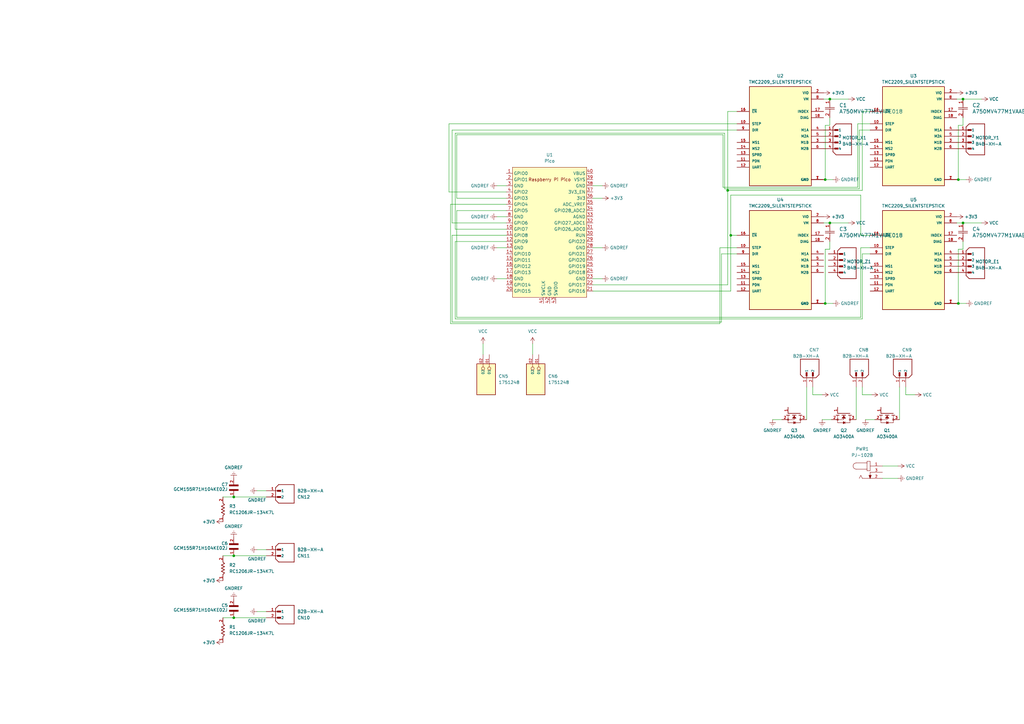
<source format=kicad_sch>
(kicad_sch (version 20230121) (generator eeschema)
  (paper "A3")
  (lib_symbols
    (symbol "1751248:1751248" (pin_names (offset 1.016))
      (property "Reference" "J" (at -6.85 5.08 0))
      (property "Value" "1751248" (at -6.35 -5.08 0))
      (symbol "1751248_0_0"
        (pin passive line (at -10.16 2.54 0) (length 5.08) (name "01") (number "01"))
        (pin passive line (at -10.16 0 0) (length 5.08) (name "02") (number "02"))
      )
    )
    (symbol "A750MV477M1VAAE018:A750MV477M1VAAE018" (pin_names (offset 0.254))
      (property "Reference" "C" (at 3.81 3.81 0))
      (property "Value" "A750MV477M1VAAE018" (at 3.81 -3.81 0))
      (symbol "A750MV477M1VAAE018_1_1"
        (pin unspecified line (at 0 0 0) (length 2.54) (name "") (number "1"))
        (pin unspecified line (at 7.62 0 180) (length 2.54) (name "") (number "2"))
      )
      (symbol "A750MV477M1VAAE018_1_2"
        (pin unspecified line (at 0 0 270) (length 2.54) (name "") (number "1"))
        (pin unspecified line (at 0 -7.62 90) (length 2.54) (name "") (number "2"))
      )
    )
    (symbol "AO3400A:AO3400A" (pin_names (offset 1.016))
      (property "Reference" "Q" (at -8.89 2.54 0))
      (property "Value" "AO3400A" (at -8.89 -7.62 0))
      (symbol "AO3400A_0_0"
        (pin passive line (at -2.54 -2.54 0) (length 2.54) (name "~") (number "1"))
        (pin passive line (at 2.54 -5.08 90) (length 2.54) (name "~") (number "2"))
        (pin passive line (at 2.54 5.08 270) (length 2.54) (name "~") (number "3"))
      )
    )
    (symbol "B2B-XH-A:B2B-XH-A" (pin_names (offset 1.016))
      (property "Reference" "J" (at -2.54 6.35 0))
      (property "Value" "B2B-XH-A" (at -2.54 -5.08 0))
      (symbol "B2B-XH-A_0_0"
        (pin passive line (at -7.62 2.54 0) (length 5.08) (name "1") (number "1"))
        (pin passive line (at -7.62 0 0) (length 5.08) (name "2") (number "2"))
      )
    )
    (symbol "B4B-XH-A:B4B-XH-A" (pin_names (offset 1.016))
      (property "Reference" "J" (at -2.54 6.35 0))
      (property "Value" "B4B-XH-A" (at -2.54 -10.16 0))
      (symbol "B4B-XH-A_0_0"
        (pin passive line (at -7.62 2.54 0) (length 5.08) (name "1") (number "1"))
        (pin passive line (at -7.62 0 0) (length 5.08) (name "2") (number "2"))
        (pin passive line (at -7.62 -2.54 0) (length 5.08) (name "3") (number "3"))
        (pin passive line (at -7.62 -5.08 0) (length 5.08) (name "4") (number "4"))
      )
    )
    (symbol "GCM155R71H104KE02J:GCM155R71H104KE02J" (pin_names (offset 1.016))
      (property "Reference" "C" (at 0 3.8109 0))
      (property "Value" "GCM155R71H104KE02J" (at 0 -5.0885 0))
      (symbol "GCM155R71H104KE02J_0_0"
        (pin passive line (at -2.54 0 0) (length 2.54) (name "~") (number "1"))
        (pin passive line (at 5.08 0 180) (length 2.54) (name "~") (number "2"))
      )
    )
    (symbol "MCU_RaspberryPi_and_Boards:Pico"
      (property "Reference" "U" (at -13.97 27.94 0))
      (property "Value" "Pico" (at 0 19.05 0))
      (symbol "Pico_0_0"
        (text "Raspberry Pi Pico" (at 0 21.59 0) (effects (font (size 1.27 1.27))))
      )
      (symbol "Pico_1_1"
        (pin bidirectional line (at -17.78 24.13 0) (length 2.54) (name "GPIO0") (number "1"))
        (pin bidirectional line (at -17.78 1.27 0) (length 2.54) (name "GPIO7") (number "10"))
        (pin bidirectional line (at -17.78 -1.27 0) (length 2.54) (name "GPIO8") (number "11"))
        (pin bidirectional line (at -17.78 -3.81 0) (length 2.54) (name "GPIO9") (number "12"))
        (pin power_in line (at -17.78 -6.35 0) (length 2.54) (name "GND") (number "13"))
        (pin bidirectional line (at -17.78 -8.89 0) (length 2.54) (name "GPIO10") (number "14"))
        (pin bidirectional line (at -17.78 -11.43 0) (length 2.54) (name "GPIO11") (number "15"))
        (pin bidirectional line (at -17.78 -13.97 0) (length 2.54) (name "GPIO12") (number "16"))
        (pin bidirectional line (at -17.78 -16.51 0) (length 2.54) (name "GPIO13") (number "17"))
        (pin power_in line (at -17.78 -19.05 0) (length 2.54) (name "GND") (number "18"))
        (pin bidirectional line (at -17.78 -21.59 0) (length 2.54) (name "GPIO14") (number "19"))
        (pin bidirectional line (at -17.78 21.59 0) (length 2.54) (name "GPIO1") (number "2"))
        (pin bidirectional line (at -17.78 -24.13 0) (length 2.54) (name "GPIO15") (number "20"))
        (pin bidirectional line (at 17.78 -24.13 180) (length 2.54) (name "GPIO16") (number "21"))
        (pin bidirectional line (at 17.78 -21.59 180) (length 2.54) (name "GPIO17") (number "22"))
        (pin power_in line (at 17.78 -19.05 180) (length 2.54) (name "GND") (number "23"))
        (pin bidirectional line (at 17.78 -16.51 180) (length 2.54) (name "GPIO18") (number "24"))
        (pin bidirectional line (at 17.78 -13.97 180) (length 2.54) (name "GPIO19") (number "25"))
        (pin bidirectional line (at 17.78 -11.43 180) (length 2.54) (name "GPIO20") (number "26"))
        (pin bidirectional line (at 17.78 -8.89 180) (length 2.54) (name "GPIO21") (number "27"))
        (pin power_in line (at 17.78 -6.35 180) (length 2.54) (name "GND") (number "28"))
        (pin bidirectional line (at 17.78 -3.81 180) (length 2.54) (name "GPIO22") (number "29"))
        (pin power_in line (at -17.78 19.05 0) (length 2.54) (name "GND") (number "3"))
        (pin input line (at 17.78 -1.27 180) (length 2.54) (name "RUN") (number "30"))
        (pin bidirectional line (at 17.78 1.27 180) (length 2.54) (name "GPIO26_ADC0") (number "31"))
        (pin bidirectional line (at 17.78 3.81 180) (length 2.54) (name "GPIO27_ADC1") (number "32"))
        (pin power_in line (at 17.78 6.35 180) (length 2.54) (name "AGND") (number "33"))
        (pin bidirectional line (at 17.78 8.89 180) (length 2.54) (name "GPIO28_ADC2") (number "34"))
        (pin power_in line (at 17.78 11.43 180) (length 2.54) (name "ADC_VREF") (number "35"))
        (pin power_in line (at 17.78 13.97 180) (length 2.54) (name "3V3") (number "36"))
        (pin input line (at 17.78 16.51 180) (length 2.54) (name "3V3_EN") (number "37"))
        (pin bidirectional line (at 17.78 19.05 180) (length 2.54) (name "GND") (number "38"))
        (pin power_in line (at 17.78 21.59 180) (length 2.54) (name "VSYS") (number "39"))
        (pin bidirectional line (at -17.78 16.51 0) (length 2.54) (name "GPIO2") (number "4"))
        (pin power_in line (at 17.78 24.13 180) (length 2.54) (name "VBUS") (number "40"))
        (pin input line (at -2.54 -29.21 90) (length 2.54) (name "SWCLK") (number "41"))
        (pin power_in line (at 0 -29.21 90) (length 2.54) (name "GND") (number "42"))
        (pin bidirectional line (at 2.54 -29.21 90) (length 2.54) (name "SWDIO") (number "43"))
        (pin bidirectional line (at -17.78 13.97 0) (length 2.54) (name "GPIO3") (number "5"))
        (pin bidirectional line (at -17.78 11.43 0) (length 2.54) (name "GPIO4") (number "6"))
        (pin bidirectional line (at -17.78 8.89 0) (length 2.54) (name "GPIO5") (number "7"))
        (pin power_in line (at -17.78 6.35 0) (length 2.54) (name "GND") (number "8"))
        (pin bidirectional line (at -17.78 3.81 0) (length 2.54) (name "GPIO6") (number "9"))
      )
    )
    (symbol "PJ-102B:PJ-102B" (pin_names (offset 1.016))
      (property "Reference" "J" (at -7.626 5.084 0))
      (property "Value" "PJ-102B" (at -7.6323 -5.0882 0))
      (symbol "PJ-102B_0_0"
        (pin passive line (at 5.08 2.54 180) (length 5.08) (name "~") (number "1"))
        (pin passive line (at 5.08 -2.54 180) (length 5.08) (name "~") (number "2"))
        (pin passive line (at 5.08 0 180) (length 5.08) (name "~") (number "3"))
      )
    )
    (symbol "RC1206JR-134K7L:RC1206JR-134K7L" (pin_names (offset 1.016))
      (property "Reference" "R" (at -3.8227 2.0133 0))
      (property "Value" "RC1206JR-134K7L" (at -3.8188 -3.5643 0))
      (symbol "RC1206JR-134K7L_0_0"
        (pin passive line (at -6.985 0 0) (length 2.54) (name "~") (number "1"))
        (pin passive line (at 3.175 0 180) (length 2.54) (name "~") (number "2"))
      )
    )
    (symbol "TMC2209_SILENTSTEPSTICK:TMC2209_SILENTSTEPSTICK" (pin_names (offset 1.016))
      (property "Reference" "U" (at -12.7 22.86 0))
      (property "Value" "TMC2209_SILENTSTEPSTICK" (at -12.7 -22.86 0))
      (symbol "TMC2209_SILENTSTEPSTICK_0_0"
        (pin power_in line (at 17.78 -17.78 180) (length 5.08) (name "GND") (number "1"))
        (pin input line (at -17.78 5.08 0) (length 5.08) (name "STEP") (number "10"))
        (pin bidirectional line (at -17.78 -10.16 0) (length 5.08) (name "PDN") (number "11"))
        (pin bidirectional line (at -17.78 -12.7 0) (length 5.08) (name "UART") (number "12"))
        (pin input line (at -17.78 -7.62 0) (length 5.08) (name "SPRD") (number "13"))
        (pin input line (at -17.78 -5.08 0) (length 5.08) (name "MS2") (number "14"))
        (pin input line (at -17.78 -2.54 0) (length 5.08) (name "MS1") (number "15"))
        (pin input line (at -17.78 10.16 0) (length 5.08) (name "~{EN}") (number "16"))
        (pin output line (at 17.78 10.16 180) (length 5.08) (name "INDEX") (number "17"))
        (pin output line (at 17.78 7.62 180) (length 5.08) (name "DIAG") (number "18"))
        (pin power_in line (at 17.78 17.78 180) (length 5.08) (name "VIO") (number "2"))
        (pin output line (at 17.78 -2.54 180) (length 5.08) (name "M1B") (number "3"))
        (pin output line (at 17.78 2.54 180) (length 5.08) (name "M1A") (number "4"))
        (pin output line (at 17.78 0 180) (length 5.08) (name "M2A") (number "5"))
        (pin output line (at 17.78 -5.08 180) (length 5.08) (name "M2B") (number "6"))
        (pin power_in line (at 17.78 -17.78 180) (length 5.08) (name "GND") (number "7"))
        (pin power_in line (at 17.78 15.24 180) (length 5.08) (name "VM") (number "8"))
        (pin input line (at -17.78 2.54 0) (length 5.08) (name "DIR") (number "9"))
      )
    )
    (symbol "power:+3V3" (power) (pin_names (offset 0))
      (property "Value" "+3V3" (at 0 3.556 0))
      (symbol "+3V3_1_1"
        (pin power_in line (at 0 0 90) (length 0) hide (name "+3V3") (number "1"))
      )
    )
    (symbol "power:GNDREF" (power) (pin_names (offset 0))
      (property "Value" "GNDREF" (at 0 -3.81 0))
      (symbol "GNDREF_1_1"
        (pin power_in line (at 0 0 270) (length 0) hide (name "GNDREF") (number "1"))
      )
    )
    (symbol "power:VCC" (power) (pin_names (offset 0))
      (property "Value" "VCC" (at 0 3.81 0))
      (symbol "VCC_1_1"
        (pin power_in line (at 0 0 90) (length 0) hide (name "VCC") (number "1"))
      )
    )
  )
  (junction (at 298.45 78.105))
  (junction (at 340.36 40.64))
  (junction (at 393.065 73.66))
  (junction (at 340.36 91.44))
  (junction (at 299.72 96.52))
  (junction (at 394.97 40.64))
  (junction (at 394.97 91.44))
  (junction (at 95.885 203.835))
  (junction (at 393.065 124.46))
  (junction (at 338.455 73.66))
  (junction (at 95.885 227.965))
  (junction (at 338.455 124.46))
  (junction (at 95.885 253.365))
  (wire (pts (xy 184.785 132.715) (xy 184.785 83.82)))
  (wire (pts (xy 392.43 40.64) (xy 394.97 40.64)))
  (wire (pts (xy 320.675 172.085) (xy 316.865 172.085)))
  (wire (pts (xy 302.26 53.34) (xy 185.42 53.34)))
  (wire (pts (xy 184.15 78.74) (xy 207.645 78.74)))
  (wire (pts (xy 394.97 48.26) (xy 394.97 51.435)))
  (wire (pts (xy 353.695 45.72) (xy 353.695 78.105)))
  (wire (pts (xy 185.42 96.52) (xy 185.42 132.08)))
  (wire (pts (xy 243.205 101.6) (xy 247.015 101.6)))
  (wire (pts (xy 338.455 73.66) (xy 341.63 73.66)))
  (wire (pts (xy 353.06 130.175) (xy 187.325 130.175)))
  (wire (pts (xy 351.79 76.835) (xy 296.545 76.835)))
  (wire (pts (xy 356.87 53.34) (xy 352.425 53.34)))
  (wire (pts (xy 338.455 102.235) (xy 338.455 124.46)))
  (wire (pts (xy 243.205 81.28) (xy 247.015 81.28)))
  (wire (pts (xy 299.72 96.52) (xy 302.26 96.52)))
  (wire (pts (xy 297.18 54.61) (xy 186.69 54.61)))
  (wire (pts (xy 338.455 51.435) (xy 338.455 73.66)))
  (wire (pts (xy 393.065 102.235) (xy 393.065 124.46)))
  (wire (pts (xy 353.06 96.52) (xy 356.87 96.52)))
  (wire (pts (xy 243.205 76.2) (xy 247.015 76.2)))
  (wire (pts (xy 295.91 104.14) (xy 295.91 132.08)))
  (wire (pts (xy 302.26 101.6) (xy 295.275 101.6)))
  (wire (pts (xy 298.45 78.105) (xy 298.45 116.84)))
  (wire (pts (xy 392.43 124.46) (xy 393.065 124.46)))
  (wire (pts (xy 298.45 45.72) (xy 298.45 78.105)))
  (wire (pts (xy 185.42 53.34) (xy 185.42 91.44)))
  (wire (pts (xy 207.645 88.9) (xy 203.835 88.9)))
  (wire (pts (xy 371.475 161.925) (xy 371.475 158.75)))
  (wire (pts (xy 353.695 104.14) (xy 353.695 130.81)))
  (wire (pts (xy 394.97 40.64) (xy 402.59 40.64)))
  (wire (pts (xy 302.26 45.72) (xy 298.45 45.72)))
  (wire (pts (xy 299.72 119.38) (xy 243.205 119.38)))
  (wire (pts (xy 338.455 124.46) (xy 341.63 124.46)))
  (wire (pts (xy 299.72 80.01) (xy 299.72 96.52)))
  (wire (pts (xy 357.505 161.925) (xy 353.695 161.925)))
  (wire (pts (xy 91.44 253.365) (xy 95.885 253.365)))
  (wire (pts (xy 218.44 140.97) (xy 218.44 145.415)))
  (wire (pts (xy 207.645 76.2) (xy 203.835 76.2)))
  (wire (pts (xy 394.97 91.44) (xy 402.59 91.44)))
  (wire (pts (xy 109.22 225.425) (xy 105.41 225.425)))
  (wire (pts (xy 337.82 124.46) (xy 338.455 124.46)))
  (wire (pts (xy 296.545 55.245) (xy 187.325 55.245)))
  (wire (pts (xy 352.425 53.34) (xy 352.425 77.47)))
  (wire (pts (xy 356.87 104.14) (xy 353.695 104.14)))
  (wire (pts (xy 337.82 40.64) (xy 340.36 40.64)))
  (wire (pts (xy 186.69 99.06) (xy 186.69 130.81)))
  (wire (pts (xy 295.275 132.715) (xy 184.785 132.715)))
  (wire (pts (xy 337.185 161.925) (xy 333.375 161.925)))
  (wire (pts (xy 375.285 161.925) (xy 371.475 161.925)))
  (wire (pts (xy 95.885 203.835) (xy 109.22 203.835)))
  (wire (pts (xy 95.885 227.965) (xy 109.22 227.965)))
  (wire (pts (xy 295.275 101.6) (xy 295.275 132.715)))
  (wire (pts (xy 185.42 96.52) (xy 207.645 96.52)))
  (wire (pts (xy 109.22 201.295) (xy 105.41 201.295)))
  (wire (pts (xy 302.26 50.8) (xy 184.15 50.8)))
  (wire (pts (xy 340.36 99.06) (xy 340.36 102.235)))
  (wire (pts (xy 337.82 73.66) (xy 338.455 73.66)))
  (wire (pts (xy 353.695 78.105) (xy 298.45 78.105)))
  (wire (pts (xy 186.69 93.98) (xy 207.645 93.98)))
  (wire (pts (xy 356.87 101.6) (xy 353.06 101.6)))
  (wire (pts (xy 361.95 191.135) (xy 368.3 191.135)))
  (wire (pts (xy 185.42 91.44) (xy 207.645 91.44)))
  (wire (pts (xy 198.12 140.97) (xy 198.12 145.415)))
  (wire (pts (xy 356.87 50.8) (xy 351.79 50.8)))
  (wire (pts (xy 184.15 50.8) (xy 184.15 78.74)))
  (wire (pts (xy 353.695 161.925) (xy 353.695 158.75)))
  (wire (pts (xy 352.425 77.47) (xy 297.18 77.47)))
  (wire (pts (xy 340.995 172.085) (xy 337.185 172.085)))
  (wire (pts (xy 340.36 51.435) (xy 338.455 51.435)))
  (wire (pts (xy 187.325 130.175) (xy 187.325 86.36)))
  (wire (pts (xy 184.785 83.82) (xy 207.645 83.82)))
  (wire (pts (xy 91.44 227.965) (xy 95.885 227.965)))
  (wire (pts (xy 187.325 55.245) (xy 187.325 81.28)))
  (wire (pts (xy 186.69 54.61) (xy 186.69 93.98)))
  (wire (pts (xy 187.325 86.36) (xy 207.645 86.36)))
  (wire (pts (xy 353.06 96.52) (xy 353.06 80.01)))
  (wire (pts (xy 299.72 96.52) (xy 299.72 119.38)))
  (wire (pts (xy 207.645 99.06) (xy 186.69 99.06)))
  (wire (pts (xy 394.97 102.235) (xy 393.065 102.235)))
  (wire (pts (xy 368.935 158.75) (xy 368.935 172.085)))
  (wire (pts (xy 356.87 45.72) (xy 353.695 45.72)))
  (wire (pts (xy 393.065 73.66) (xy 396.24 73.66)))
  (wire (pts (xy 351.155 158.75) (xy 351.155 172.085)))
  (wire (pts (xy 340.36 40.64) (xy 347.98 40.64)))
  (wire (pts (xy 337.82 91.44) (xy 340.36 91.44)))
  (wire (pts (xy 393.065 51.435) (xy 393.065 73.66)))
  (wire (pts (xy 393.065 124.46) (xy 396.24 124.46)))
  (wire (pts (xy 340.36 102.235) (xy 338.455 102.235)))
  (wire (pts (xy 243.205 114.3) (xy 247.015 114.3)))
  (wire (pts (xy 353.695 130.81) (xy 186.69 130.81)))
  (wire (pts (xy 91.44 203.835) (xy 95.885 203.835)))
  (wire (pts (xy 207.645 101.6) (xy 203.835 101.6)))
  (wire (pts (xy 207.645 114.3) (xy 203.835 114.3)))
  (wire (pts (xy 302.26 104.14) (xy 295.91 104.14)))
  (wire (pts (xy 353.06 101.6) (xy 353.06 130.175)))
  (wire (pts (xy 358.775 172.085) (xy 354.965 172.085)))
  (wire (pts (xy 361.95 196.215) (xy 368.3 196.215)))
  (wire (pts (xy 333.375 161.925) (xy 333.375 158.75)))
  (wire (pts (xy 351.79 50.8) (xy 351.79 76.835)))
  (wire (pts (xy 95.885 253.365) (xy 109.22 253.365)))
  (wire (pts (xy 295.91 132.08) (xy 185.42 132.08)))
  (wire (pts (xy 109.22 250.825) (xy 105.41 250.825)))
  (wire (pts (xy 330.835 158.75) (xy 330.835 172.085)))
  (wire (pts (xy 392.43 91.44) (xy 394.97 91.44)))
  (wire (pts (xy 187.325 81.28) (xy 207.645 81.28)))
  (wire (pts (xy 394.97 99.06) (xy 394.97 102.235)))
  (wire (pts (xy 296.545 76.835) (xy 296.545 55.245)))
  (wire (pts (xy 394.97 51.435) (xy 393.065 51.435)))
  (wire (pts (xy 297.18 77.47) (xy 297.18 54.61)))
  (wire (pts (xy 392.43 73.66) (xy 393.065 73.66)))
  (wire (pts (xy 298.45 116.84) (xy 243.205 116.84)))
  (wire (pts (xy 340.36 91.44) (xy 347.98 91.44)))
  (wire (pts (xy 340.36 48.26) (xy 340.36 51.435)))
  (wire (pts (xy 353.06 80.01) (xy 299.72 80.01)))
  (symbol (lib_id "power:GNDREF") (at 105.41 250.825 270) (unit 1)
    (property "Reference" "#PWR021" (effects hide))
    (property "Value" "GNDREF" (at 109.22 254.635 90) (effects (justify right)))
  )
  (symbol (lib_id "power:GNDREF") (at 95.885 196.215 180) (unit 1)
    (property "Reference" "#PWR035" (effects hide))
    (property "Value" "GNDREF" (at 92.075 191.77 0) (effects (justify right)))
  )
  (symbol (lib_id "power:+3V3") (at 91.44 213.995 90) (unit 1)
    (property "Reference" "#PWR028" (effects hide))
    (property "Value" "+3V3" (at 88.265 213.995 90) (effects (justify left)))
  )
  (symbol (lib_id "power:VCC") (at 198.12 140.97 0) (unit 1)
    (property "Reference" "#PWR017" (effects hide))
    (property "Value" "VCC" (at 198.12 135.89 0))
  )
  (symbol (lib_id "1751248:1751248") (at 198.12 155.575 270) (unit 1)
    (property "Reference" "CN5" (at 204.47 154.305 90) (effects (justify left)))
    (property "Value" "1751248" (at 204.47 156.845 90) (effects (justify left)))
    (property "Footprint" "Phoenix 1751248:PHOENIX_1751248" (effects hide))
    (property "DigiKey_Part_Number" "277-5719-ND" (effects hide))
    (property "SnapEDA_Link" "https://www.snapeda.com/parts/1751248/Phoenix+Contact/view-part/?ref=snap" (effects hide))
    (property "Description" "\nPCB Terminal Screw 3.5mm 16AWG 200V 13.5A 2 Position COMBICON MKDS Series | Phoenix Contact 1751248\n" (effects hide))
    (property "Package" "None" (effects hide))
    (property "Check_prices" "https://www.snapeda.com/parts/1751248/Phoenix+Contact/view-part/?ref=eda" (effects hide))
    (property "STANDARD" "Manufacturer Recommendations" (effects hide))
    (property "PARTREV" "03.03.2021" (effects hide))
    (property "MF" "Phoenix Contact" (effects hide))
    (property "MP" "1751248" (effects hide))
    (property "MANUFACTURER" "Phoenix Contact" (effects hide))
  )
  (symbol (lib_id "power:+3V3") (at 91.44 238.125 90) (unit 1)
    (property "Reference" "#PWR029" (effects hide))
    (property "Value" "+3V3" (at 88.265 238.125 90) (effects (justify left)))
  )
  (symbol (lib_id "RC1206JR-134K7L:RC1206JR-134K7L") (at 91.44 231.14 90) (unit 1)
    (property "Reference" "R2" (at 93.98 231.775 90) (effects (justify right)))
    (property "Value" "RC1206JR-134K7L" (at 93.98 234.315 90) (effects (justify right)))
    (property "Footprint" "RC1206JR-134K7L:RESC3216X65" (effects hide))
    (property "DigiKey_Part_Number" "13-RC1206JR-134K7LTR-ND" (effects hide))
    (property "MF" "Yageo" (effects hide))
    (property "Purchase-URL" "https://www.snapeda.com/api/url_track_click_mouser/?unipart_id=1118610&manufacturer=Yageo&part_name=RC1206JR-134K7L&search_term=None" (effects hide))
    (property "Package" "SMD-2 Yageo" (effects hide))
    (property "Check_prices" "https://www.snapeda.com/parts/RC1206JR-134K7L/Yageo/view-part/?ref=eda" (effects hide))
    (property "SnapEDA_Link" "https://www.snapeda.com/parts/RC1206JR-134K7L/Yageo/view-part/?ref=snap" (effects hide))
    (property "MP" "RC1206JR-134K7L" (effects hide))
    (property "Description" "\n4.7 kOhms ±5% 0.25W, 1/4W Chip Resistor 1206 (3216 Metric) Moisture Resistant Thick Film\n" (effects hide))
    (property "MANUFACTURER" "YAGEO" (effects hide))
  )
  (symbol (lib_id "power:+3V3") (at 247.015 81.28 270) (unit 1)
    (property "Reference" "#PWR08" (effects hide))
    (property "Value" "+3V3" (at 250.19 81.28 90) (effects (justify left)))
  )
  (symbol (lib_id "A750MV477M1VAAE018:A750MV477M1VAAE018") (at 394.97 91.44 270) (unit 1)
    (property "Reference" "C4" (at 398.78 93.98 90) (effects (font (size 1.524 1.524)) (justify left)))
    (property "Value" "A750MV477M1VAAE018" (at 398.78 96.52 90) (effects (font (size 1.524 1.524)) (justify left)))
    (property "Footprint" "CAP_A750MV477M1VAAE018_KEM" (effects hide))
    (property "Datasheet" "A750MV477M1VAAE018" (effects hide))
  )
  (symbol (lib_id "power:GNDREF") (at 203.835 76.2 270) (unit 1)
    (property "Reference" "#PWR04" (effects hide))
    (property "Value" "GNDREF" (at 200.66 76.2 90) (effects (justify right)))
  )
  (symbol (lib_id "power:+3V3") (at 91.44 263.525 90) (unit 1)
    (property "Reference" "#PWR030" (effects hide))
    (property "Value" "+3V3" (at 88.265 263.525 90) (effects (justify left)))
  )
  (symbol (lib_id "TMC2209_SILENTSTEPSTICK:TMC2209_SILENTSTEPSTICK") (at 320.04 55.88 0) (unit 1)
    (property "Reference" "U2" (at 320.04 31.115 0))
    (property "Value" "TMC2209_SILENTSTEPSTICK" (at 320.04 33.655 0))
    (property "Footprint" "TMC2209_SILENTSTEPSTICK:MODULE_TMC2209_SILENTSTEPSTICK" (effects hide))
    (property "MF" "Trinamic Motion Control GmbH" (effects hide))
    (property "Description" "\nTMC2209 Motor Controller/Driver Power Management Evaluation Board\n" (effects hide))
    (property "Package" "None" (effects hide))
    (property "Price" "None" (effects hide))
    (property "Check_prices" "https://www.snapeda.com/parts/TMC2209%20SILENTSTEPSTICK/Trinamic+Motion+Control+GmbH/view-part/?ref=eda" (effects hide))
    (property "STANDARD" "Manufacturer Recommendations" (effects hide))
    (property "PARTREV" "1.20" (effects hide))
    (property "SnapEDA_Link" "https://www.snapeda.com/parts/TMC2209%20SILENTSTEPSTICK/Trinamic+Motion+Control+GmbH/view-part/?ref=snap" (effects hide))
    (property "MP" "TMC2209 SILENTSTEPSTICK" (effects hide))
    (property "MANUFACTURER" "Trinamic Motion Control GmbH" (effects hide))
    (property "Availability" "In Stock" (effects hide))
    (property "SNAPEDA_PN" "TMC2209 SILENTSTEPSTICK" (effects hide))
  )
  (symbol (lib_id "power:VCC") (at 375.285 161.925 270) (unit 1)
    (property "Reference" "#PWR024" (effects hide))
    (property "Value" "VCC" (at 378.46 161.925 90) (effects (justify left)))
  )
  (symbol (lib_id "TMC2209_SILENTSTEPSTICK:TMC2209_SILENTSTEPSTICK") (at 320.04 106.68 0) (unit 1)
    (property "Reference" "U4" (at 320.04 81.915 0))
    (property "Value" "TMC2209_SILENTSTEPSTICK" (at 320.04 84.455 0))
    (property "Footprint" "TMC2209_SILENTSTEPSTICK:MODULE_TMC2209_SILENTSTEPSTICK" (effects hide))
    (property "MF" "Trinamic Motion Control GmbH" (effects hide))
    (property "Description" "\nTMC2209 Motor Controller/Driver Power Management Evaluation Board\n" (effects hide))
    (property "Package" "None" (effects hide))
    (property "Price" "None" (effects hide))
    (property "Check_prices" "https://www.snapeda.com/parts/TMC2209%20SILENTSTEPSTICK/Trinamic+Motion+Control+GmbH/view-part/?ref=eda" (effects hide))
    (property "STANDARD" "Manufacturer Recommendations" (effects hide))
    (property "PARTREV" "1.20" (effects hide))
    (property "SnapEDA_Link" "https://www.snapeda.com/parts/TMC2209%20SILENTSTEPSTICK/Trinamic+Motion+Control+GmbH/view-part/?ref=snap" (effects hide))
    (property "MP" "TMC2209 SILENTSTEPSTICK" (effects hide))
    (property "MANUFACTURER" "Trinamic Motion Control GmbH" (effects hide))
    (property "Availability" "In Stock" (effects hide))
    (property "SNAPEDA_PN" "TMC2209 SILENTSTEPSTICK" (effects hide))
  )
  (symbol (lib_id "power:GNDREF") (at 203.835 101.6 270) (unit 1)
    (property "Reference" "#PWR06" (effects hide))
    (property "Value" "GNDREF" (at 200.66 101.6 90) (effects (justify right)))
  )
  (symbol (lib_id "AO3400A:AO3400A") (at 325.755 169.545 270) (unit 1)
    (property "Reference" "Q3" (at 325.755 176.53 90))
    (property "Value" "AO3400A" (at 325.755 179.07 90))
    (property "Footprint" "AO3400A:SOT95P280X125-3N" (effects hide))
    (property "DigiKey_Part_Number" "785-1000-2-ND" (effects hide))
    (property "SnapEDA_Link" "https://www.snapeda.com/parts/AO3400A/Alpha+%2526+Omega+Semiconductor+Inc./view-part/?ref=snap" (effects hide))
    (property "MAXIMUM_PACKAGE_HEIGHT" "1.25 mm" (effects hide))
    (property "Package" "SOT-23 Alpha &amp; Omega Semiconductor" (effects hide))
    (property "Check_prices" "https://www.snapeda.com/parts/AO3400A/Alpha+%2526+Omega+Semiconductor+Inc./view-part/?ref=eda" (effects hide))
    (property "STANDARD" "IPC 7351B" (effects hide))
    (property "PARTREV" "L" (effects hide))
    (property "MF" "Alpha &" (effects hide))
    (property "MP" "AO3400A" (effects hide))
    (property "Description" "\nN-Channel 30 V 5.7A (Ta) 1.4W (Ta) Surface Mount SOT-23-3\n" (effects hide))
    (property "MANUFACTURER" "Alpha & Omega Semiconductor" (effects hide))
  )
  (symbol (lib_id "TMC2209_SILENTSTEPSTICK:TMC2209_SILENTSTEPSTICK") (at 374.65 106.68 0) (unit 1)
    (property "Reference" "U5" (at 374.65 81.915 0))
    (property "Value" "TMC2209_SILENTSTEPSTICK" (at 374.65 84.455 0))
    (property "Footprint" "TMC2209_SILENTSTEPSTICK:MODULE_TMC2209_SILENTSTEPSTICK" (effects hide))
    (property "MF" "Trinamic Motion Control GmbH" (effects hide))
    (property "Description" "\nTMC2209 Motor Controller/Driver Power Management Evaluation Board\n" (effects hide))
    (property "Package" "None" (effects hide))
    (property "Price" "None" (effects hide))
    (property "Check_prices" "https://www.snapeda.com/parts/TMC2209%20SILENTSTEPSTICK/Trinamic+Motion+Control+GmbH/view-part/?ref=eda" (effects hide))
    (property "STANDARD" "Manufacturer Recommendations" (effects hide))
    (property "PARTREV" "1.20" (effects hide))
    (property "SnapEDA_Link" "https://www.snapeda.com/parts/TMC2209%20SILENTSTEPSTICK/Trinamic+Motion+Control+GmbH/view-part/?ref=snap" (effects hide))
    (property "MP" "TMC2209 SILENTSTEPSTICK" (effects hide))
    (property "MANUFACTURER" "Trinamic Motion Control GmbH" (effects hide))
    (property "Availability" "In Stock" (effects hide))
    (property "SNAPEDA_PN" "TMC2209 SILENTSTEPSTICK" (effects hide))
  )
  (symbol (lib_id "power:+3V3") (at 392.43 38.1 270) (unit 1)
    (property "Reference" "#PWR014" (effects hide))
    (property "Value" "+3V3" (at 395.605 38.1 90) (effects (justify left)))
  )
  (symbol (lib_id "power:GNDREF") (at 247.015 76.2 90) (unit 1)
    (property "Reference" "#PWR03" (effects hide))
    (property "Value" "GNDREF" (at 250.19 76.2 90) (effects (justify right)))
  )
  (symbol (lib_id "power:VCC") (at 402.59 40.64 270) (unit 1)
    (property "Reference" "#PWR038" (effects hide))
    (property "Value" "VCC" (at 405.765 40.64 90) (effects (justify left)))
  )
  (symbol (lib_id "power:GNDREF") (at 247.015 101.6 90) (unit 1)
    (property "Reference" "#PWR01" (effects hide))
    (property "Value" "GNDREF" (at 250.19 101.6 90) (effects (justify right)))
  )
  (symbol (lib_id "power:VCC") (at 368.3 191.135 270) (unit 1)
    (property "Reference" "#PWR031" (effects hide))
    (property "Value" "VCC" (at 371.475 191.135 90) (effects (justify left)))
  )
  (symbol (lib_id "B2B-XH-A:B2B-XH-A") (at 116.84 227.965 0) (unit 1)
    (property "Reference" "CN11" (at 121.92 227.965 0) (effects (justify left)))
    (property "Value" "B2B-XH-A" (at 121.92 225.425 0) (effects (justify left)))
    (property "Footprint" "B2B-XH-A:JST_B2B-XH-A" (effects hide))
    (property "DigiKey_Part_Number" "455-B2B-XH-A-ND" (effects hide))
    (property "SnapEDA_Link" "https://www.snapeda.com/parts/B2B-XH-A/JST+Sales+America+Inc./view-part/?ref=snap" (effects hide))
    (property "MAXIMUM_PACKAGE_HEIGHT" "7 mm" (effects hide))
    (property "Package" "None" (effects hide))
    (property "Check_prices" "https://www.snapeda.com/parts/B2B-XH-A/JST+Sales+America+Inc./view-part/?ref=eda" (effects hide))
    (property "STANDARD" "Manufacturer Recommendations" (effects hide))
    (property "PARTREV" "N/A" (effects hide))
    (property "MF" "JST Sales" (effects hide))
    (property "MP" "B2B-XH-A" (effects hide))
    (property "Description" "\nConnector Header Through Hole 2 position 0.098 (2.50mm)\n" (effects hide))
    (property "MANUFACTURER" "JST Sales America Inc." (effects hide))
  )
  (symbol (lib_id "A750MV477M1VAAE018:A750MV477M1VAAE018") (at 394.97 40.64 270) (unit 1)
    (property "Reference" "C2" (at 398.78 43.18 90) (effects (font (size 1.524 1.524)) (justify left)))
    (property "Value" "A750MV477M1VAAE018" (at 398.78 45.72 90) (effects (font (size 1.524 1.524)) (justify left)))
    (property "Footprint" "CAP_A750MV477M1VAAE018_KEM" (effects hide))
    (property "Datasheet" "A750MV477M1VAAE018" (effects hide))
  )
  (symbol (lib_id "power:GNDREF") (at 337.185 172.085 0) (unit 1)
    (property "Reference" "#PWR026" (effects hide))
    (property "Value" "GNDREF" (at 337.185 176.53 0))
  )
  (symbol (lib_id "power:GNDREF") (at 203.835 114.3 270) (unit 1)
    (property "Reference" "#PWR07" (effects hide))
    (property "Value" "GNDREF" (at 200.66 114.3 90) (effects (justify right)))
  )
  (symbol (lib_id "AO3400A:AO3400A") (at 346.075 169.545 270) (unit 1)
    (property "Reference" "Q2" (at 346.075 176.53 90))
    (property "Value" "AO3400A" (at 346.075 179.07 90))
    (property "Footprint" "AO3400A:SOT95P280X125-3N" (effects hide))
    (property "DigiKey_Part_Number" "785-1000-2-ND" (effects hide))
    (property "SnapEDA_Link" "https://www.snapeda.com/parts/AO3400A/Alpha+%2526+Omega+Semiconductor+Inc./view-part/?ref=snap" (effects hide))
    (property "MAXIMUM_PACKAGE_HEIGHT" "1.25 mm" (effects hide))
    (property "Package" "SOT-23 Alpha &amp; Omega Semiconductor" (effects hide))
    (property "Check_prices" "https://www.snapeda.com/parts/AO3400A/Alpha+%2526+Omega+Semiconductor+Inc./view-part/?ref=eda" (effects hide))
    (property "STANDARD" "IPC 7351B" (effects hide))
    (property "PARTREV" "L" (effects hide))
    (property "MF" "Alpha &" (effects hide))
    (property "MP" "AO3400A" (effects hide))
    (property "Description" "\nN-Channel 30 V 5.7A (Ta) 1.4W (Ta) Surface Mount SOT-23-3\n" (effects hide))
    (property "MANUFACTURER" "Alpha & Omega Semiconductor" (effects hide))
  )
  (symbol (lib_id "power:+3V3") (at 392.43 88.9 270) (unit 1)
    (property "Reference" "#PWR015" (effects hide))
    (property "Value" "+3V3" (at 395.605 88.9 90) (effects (justify left)))
  )
  (symbol (lib_id "B2B-XH-A:B2B-XH-A") (at 116.84 253.365 0) (unit 1)
    (property "Reference" "CN10" (at 121.92 253.365 0) (effects (justify left)))
    (property "Value" "B2B-XH-A" (at 121.92 250.825 0) (effects (justify left)))
    (property "Footprint" "B2B-XH-A:JST_B2B-XH-A" (effects hide))
    (property "DigiKey_Part_Number" "455-B2B-XH-A-ND" (effects hide))
    (property "SnapEDA_Link" "https://www.snapeda.com/parts/B2B-XH-A/JST+Sales+America+Inc./view-part/?ref=snap" (effects hide))
    (property "MAXIMUM_PACKAGE_HEIGHT" "7 mm" (effects hide))
    (property "Package" "None" (effects hide))
    (property "Check_prices" "https://www.snapeda.com/parts/B2B-XH-A/JST+Sales+America+Inc./view-part/?ref=eda" (effects hide))
    (property "STANDARD" "Manufacturer Recommendations" (effects hide))
    (property "PARTREV" "N/A" (effects hide))
    (property "MF" "JST Sales" (effects hide))
    (property "MP" "B2B-XH-A" (effects hide))
    (property "Description" "\nConnector Header Through Hole 2 position 0.098 (2.50mm)\n" (effects hide))
    (property "MANUFACTURER" "JST Sales America Inc." (effects hide))
  )
  (symbol (lib_id "PJ-102B:PJ-102B") (at 356.87 193.675 0) (unit 1)
    (property "Reference" "PWR1" (at 353.6342 184.15 0))
    (property "Value" "PJ-102B" (at 353.6342 186.69 0))
    (property "Footprint" "PJ-102B:CUI_PJ-102B" (effects hide))
    (property "DigiKey_Part_Number" "CP-102B-ND" (effects hide))
    (property "MF" "CUI Devices" (effects hide))
    (property "Purchase-URL" "https://www.snapeda.com/api/url_track_click_mouser/?unipart_id=378041&manufacturer=CUI Devices&part_name=PJ-102B&search_term=None" (effects hide))
    (property "Package" "None" (effects hide))
    (property "Check_prices" "https://www.snapeda.com/parts/PJ-102B/CUI+Devices/view-part/?ref=eda" (effects hide))
    (property "PART_REV" "1.03" (effects hide))
    (property "STANDARD" "Manufacturer recommendations" (effects hide))
    (property "SnapEDA_Link" "https://www.snapeda.com/parts/PJ-102B/CUI+Devices/view-part/?ref=snap" (effects hide))
    (property "MP" "PJ-102B" (effects hide))
    (property "Description" "2.5 x 6.5 mm, 2.5 A, Horizontal, Through Hole, Tapered Pins, Dc Power Jack Connector" (effects hide))
    (property "CUI_purchase_URL" "https://www.cuidevices.com/product/interconnect/connectors/dc-power-connectors/jacks/pj-102b?utm_source=snapeda.com&utm_medium=referral&utm_campaign=snapedaBOM" (effects hide))
    (property "MANUFACTURER" "CUI INC" (effects hide))
  )
  (symbol (lib_id "power:GNDREF") (at 396.24 73.66 90) (unit 1)
    (property "Reference" "#PWR011" (effects hide))
    (property "Value" "GNDREF" (at 399.415 73.66 90) (effects (justify right)))
  )
  (symbol (lib_id "power:GNDREF") (at 341.63 73.66 90) (unit 1)
    (property "Reference" "#PWR012" (effects hide))
    (property "Value" "GNDREF" (at 344.805 73.66 90) (effects (justify right)))
  )
  (symbol (lib_id "power:VCC") (at 218.44 140.97 0) (unit 1)
    (property "Reference" "#PWR018" (effects hide))
    (property "Value" "VCC" (at 218.44 135.89 0))
  )
  (symbol (lib_id "power:VCC") (at 357.505 161.925 270) (unit 1)
    (property "Reference" "#PWR023" (effects hide))
    (property "Value" "VCC" (at 360.68 161.925 90) (effects (justify left)))
  )
  (symbol (lib_id "RC1206JR-134K7L:RC1206JR-134K7L") (at 91.44 256.54 90) (unit 1)
    (property "Reference" "R1" (at 93.98 257.175 90) (effects (justify right)))
    (property "Value" "RC1206JR-134K7L" (at 93.98 259.715 90) (effects (justify right)))
    (property "Footprint" "RC1206JR-134K7L:RESC3216X65" (effects hide))
    (property "DigiKey_Part_Number" "13-RC1206JR-134K7LTR-ND" (effects hide))
    (property "MF" "Yageo" (effects hide))
    (property "Purchase-URL" "https://www.snapeda.com/api/url_track_click_mouser/?unipart_id=1118610&manufacturer=Yageo&part_name=RC1206JR-134K7L&search_term=None" (effects hide))
    (property "Package" "SMD-2 Yageo" (effects hide))
    (property "Check_prices" "https://www.snapeda.com/parts/RC1206JR-134K7L/Yageo/view-part/?ref=eda" (effects hide))
    (property "SnapEDA_Link" "https://www.snapeda.com/parts/RC1206JR-134K7L/Yageo/view-part/?ref=snap" (effects hide))
    (property "MP" "RC1206JR-134K7L" (effects hide))
    (property "Description" "\n4.7 kOhms ±5% 0.25W, 1/4W Chip Resistor 1206 (3216 Metric) Moisture Resistant Thick Film\n" (effects hide))
    (property "MANUFACTURER" "YAGEO" (effects hide))
  )
  (symbol (lib_id "A750MV477M1VAAE018:A750MV477M1VAAE018") (at 340.36 40.64 270) (unit 1)
    (property "Reference" "C1" (at 344.17 43.18 90) (effects (font (size 1.524 1.524)) (justify left)))
    (property "Value" "A750MV477M1VAAE018" (at 344.17 45.72 90) (effects (font (size 1.524 1.524)) (justify left)))
    (property "Footprint" "CAP_A750MV477M1VAAE018_KEM" (effects hide))
    (property "Datasheet" "A750MV477M1VAAE018" (effects hide))
  )
  (symbol (lib_id "RC1206JR-134K7L:RC1206JR-134K7L") (at 91.44 207.01 90) (unit 1)
    (property "Reference" "R3" (at 93.98 207.645 90) (effects (justify right)))
    (property "Value" "RC1206JR-134K7L" (at 93.98 210.185 90) (effects (justify right)))
    (property "Footprint" "RC1206JR-134K7L:RESC3216X65" (effects hide))
    (property "DigiKey_Part_Number" "13-RC1206JR-134K7LTR-ND" (effects hide))
    (property "MF" "Yageo" (effects hide))
    (property "Purchase-URL" "https://www.snapeda.com/api/url_track_click_mouser/?unipart_id=1118610&manufacturer=Yageo&part_name=RC1206JR-134K7L&search_term=None" (effects hide))
    (property "Package" "SMD-2 Yageo" (effects hide))
    (property "Check_prices" "https://www.snapeda.com/parts/RC1206JR-134K7L/Yageo/view-part/?ref=eda" (effects hide))
    (property "SnapEDA_Link" "https://www.snapeda.com/parts/RC1206JR-134K7L/Yageo/view-part/?ref=snap" (effects hide))
    (property "MP" "RC1206JR-134K7L" (effects hide))
    (property "Description" "\n4.7 kOhms ±5% 0.25W, 1/4W Chip Resistor 1206 (3216 Metric) Moisture Resistant Thick Film\n" (effects hide))
    (property "MANUFACTURER" "YAGEO" (effects hide))
  )
  (symbol (lib_id "B4B-XH-A:B4B-XH-A") (at 345.44 55.88 0) (unit 1)
    (property "Reference" "MOTOR_X1" (at 345.44 56.515 0) (effects (justify left)))
    (property "Value" "B4B-XH-A" (at 345.44 59.055 0) (effects (justify left)))
    (property "Footprint" "B4B-XH-A:JST_B4B-XH-A" (effects hide))
    (property "DigiKey_Part_Number" "455-B4B-XH-A-ND" (effects hide))
    (property "SnapEDA_Link" "https://www.snapeda.com/parts/B4B-XH-A/JST+Sales+America+Inc./view-part/?ref=snap" (effects hide))
    (property "MAXIMUM_PACKAGE_HEIGHT" "7.00 mm" (effects hide))
    (property "Package" "None" (effects hide))
    (property "Check_prices" "https://www.snapeda.com/parts/B4B-XH-A/JST+Sales+America+Inc./view-part/?ref=eda" (effects hide))
    (property "STANDARD" "Manufacturer Recommendations" (effects hide))
    (property "PARTREV" "7/4/21" (effects hide))
    (property "MF" "JST Sales" (effects hide))
    (property "MP" "B4B-XH-A" (effects hide))
    (property "Description" "\nConnector Header Through Hole 4 position 0.098 (2.50mm)\n" (effects hide))
    (property "MANUFACTURER" "JST" (effects hide))
  )
  (symbol (lib_id "power:GNDREF") (at 354.965 172.085 0) (unit 1)
    (property "Reference" "#PWR027" (effects hide))
    (property "Value" "GNDREF" (at 354.965 176.53 0))
  )
  (symbol (lib_id "B4B-XH-A:B4B-XH-A") (at 347.345 106.68 0) (unit 1)
    (property "Reference" "MOTOR_Z1" (at 347.345 107.315 0) (effects (justify left)))
    (property "Value" "B4B-XH-A" (at 347.345 109.855 0) (effects (justify left)))
    (property "Footprint" "B4B-XH-A:JST_B4B-XH-A" (effects hide))
    (property "DigiKey_Part_Number" "455-B4B-XH-A-ND" (effects hide))
    (property "SnapEDA_Link" "https://www.snapeda.com/parts/B4B-XH-A/JST+Sales+America+Inc./view-part/?ref=snap" (effects hide))
    (property "MAXIMUM_PACKAGE_HEIGHT" "7.00 mm" (effects hide))
    (property "Package" "None" (effects hide))
    (property "Check_prices" "https://www.snapeda.com/parts/B4B-XH-A/JST+Sales+America+Inc./view-part/?ref=eda" (effects hide))
    (property "STANDARD" "Manufacturer Recommendations" (effects hide))
    (property "PARTREV" "7/4/21" (effects hide))
    (property "MF" "JST Sales" (effects hide))
    (property "MP" "B4B-XH-A" (effects hide))
    (property "Description" "\nConnector Header Through Hole 4 position 0.098 (2.50mm)\n" (effects hide))
    (property "MANUFACTURER" "JST" (effects hide))
  )
  (symbol (lib_id "B2B-XH-A:B2B-XH-A") (at 116.84 203.835 0) (unit 1)
    (property "Reference" "CN12" (at 121.92 203.835 0) (effects (justify left)))
    (property "Value" "B2B-XH-A" (at 121.92 201.295 0) (effects (justify left)))
    (property "Footprint" "B2B-XH-A:JST_B2B-XH-A" (effects hide))
    (property "DigiKey_Part_Number" "455-B2B-XH-A-ND" (effects hide))
    (property "SnapEDA_Link" "https://www.snapeda.com/parts/B2B-XH-A/JST+Sales+America+Inc./view-part/?ref=snap" (effects hide))
    (property "MAXIMUM_PACKAGE_HEIGHT" "7 mm" (effects hide))
    (property "Package" "None" (effects hide))
    (property "Check_prices" "https://www.snapeda.com/parts/B2B-XH-A/JST+Sales+America+Inc./view-part/?ref=eda" (effects hide))
    (property "STANDARD" "Manufacturer Recommendations" (effects hide))
    (property "PARTREV" "N/A" (effects hide))
    (property "MF" "JST Sales" (effects hide))
    (property "MP" "B2B-XH-A" (effects hide))
    (property "Description" "\nConnector Header Through Hole 2 position 0.098 (2.50mm)\n" (effects hide))
    (property "MANUFACTURER" "JST Sales America Inc." (effects hide))
  )
  (symbol (lib_id "power:VCC") (at 337.185 161.925 270) (unit 1)
    (property "Reference" "#PWR022" (effects hide))
    (property "Value" "VCC" (at 340.36 161.925 90) (effects (justify left)))
  )
  (symbol (lib_id "1751248:1751248") (at 218.44 155.575 270) (unit 1)
    (property "Reference" "CN6" (at 224.79 154.305 90) (effects (justify left)))
    (property "Value" "1751248" (at 224.79 156.845 90) (effects (justify left)))
    (property "Footprint" "Phoenix 1751248:PHOENIX_1751248" (effects hide))
    (property "DigiKey_Part_Number" "277-5719-ND" (effects hide))
    (property "SnapEDA_Link" "https://www.snapeda.com/parts/1751248/Phoenix+Contact/view-part/?ref=snap" (effects hide))
    (property "Description" "\nPCB Terminal Screw 3.5mm 16AWG 200V 13.5A 2 Position COMBICON MKDS Series | Phoenix Contact 1751248\n" (effects hide))
    (property "Package" "None" (effects hide))
    (property "Check_prices" "https://www.snapeda.com/parts/1751248/Phoenix+Contact/view-part/?ref=eda" (effects hide))
    (property "STANDARD" "Manufacturer Recommendations" (effects hide))
    (property "PARTREV" "03.03.2021" (effects hide))
    (property "MF" "Phoenix Contact" (effects hide))
    (property "MP" "1751248" (effects hide))
    (property "MANUFACTURER" "Phoenix Contact" (effects hide))
  )
  (symbol (lib_id "power:GNDREF") (at 203.835 88.9 270) (unit 1)
    (property "Reference" "#PWR05" (effects hide))
    (property "Value" "GNDREF" (at 200.66 88.9 90) (effects (justify right)))
  )
  (symbol (lib_id "power:GNDREF") (at 368.3 196.215 90) (unit 1)
    (property "Reference" "#PWR032" (effects hide))
    (property "Value" "GNDREF" (at 371.475 196.215 90) (effects (justify right)))
  )
  (symbol (lib_id "power:GNDREF") (at 105.41 201.295 270) (unit 1)
    (property "Reference" "#PWR019" (effects hide))
    (property "Value" "GNDREF" (at 109.22 205.105 90) (effects (justify right)))
  )
  (symbol (lib_id "B2B-XH-A:B2B-XH-A") (at 333.375 151.13 90) (unit 1)
    (property "Reference" "CN7" (at 335.915 143.51 90) (effects (justify left)))
    (property "Value" "B2B-XH-A" (at 335.915 146.05 90) (effects (justify left)))
    (property "Footprint" "B2B-XH-A:JST_B2B-XH-A" (effects hide))
    (property "DigiKey_Part_Number" "455-B2B-XH-A-ND" (effects hide))
    (property "SnapEDA_Link" "https://www.snapeda.com/parts/B2B-XH-A/JST+Sales+America+Inc./view-part/?ref=snap" (effects hide))
    (property "MAXIMUM_PACKAGE_HEIGHT" "7 mm" (effects hide))
    (property "Package" "None" (effects hide))
    (property "Check_prices" "https://www.snapeda.com/parts/B2B-XH-A/JST+Sales+America+Inc./view-part/?ref=eda" (effects hide))
    (property "STANDARD" "Manufacturer Recommendations" (effects hide))
    (property "PARTREV" "N/A" (effects hide))
    (property "MF" "JST Sales" (effects hide))
    (property "MP" "B2B-XH-A" (effects hide))
    (property "Description" "\nConnector Header Through Hole 2 position 0.098 (2.50mm)\n" (effects hide))
    (property "MANUFACTURER" "JST Sales America Inc." (effects hide))
  )
  (symbol (lib_id "TMC2209_SILENTSTEPSTICK:TMC2209_SILENTSTEPSTICK") (at 374.65 55.88 0) (unit 1)
    (property "Reference" "U3" (at 374.65 31.115 0))
    (property "Value" "TMC2209_SILENTSTEPSTICK" (at 374.65 33.655 0))
    (property "Footprint" "TMC2209_SILENTSTEPSTICK:MODULE_TMC2209_SILENTSTEPSTICK" (effects hide))
    (property "MF" "Trinamic Motion Control GmbH" (effects hide))
    (property "Description" "\nTMC2209 Motor Controller/Driver Power Management Evaluation Board\n" (effects hide))
    (property "Package" "None" (effects hide))
    (property "Price" "None" (effects hide))
    (property "Check_prices" "https://www.snapeda.com/parts/TMC2209%20SILENTSTEPSTICK/Trinamic+Motion+Control+GmbH/view-part/?ref=eda" (effects hide))
    (property "STANDARD" "Manufacturer Recommendations" (effects hide))
    (property "PARTREV" "1.20" (effects hide))
    (property "SnapEDA_Link" "https://www.snapeda.com/parts/TMC2209%20SILENTSTEPSTICK/Trinamic+Motion+Control+GmbH/view-part/?ref=snap" (effects hide))
    (property "MP" "TMC2209 SILENTSTEPSTICK" (effects hide))
    (property "MANUFACTURER" "Trinamic Motion Control GmbH" (effects hide))
    (property "Availability" "In Stock" (effects hide))
    (property "SNAPEDA_PN" "TMC2209 SILENTSTEPSTICK" (effects hide))
  )
  (symbol (lib_id "GCM155R71H104KE02J:GCM155R71H104KE02J") (at 95.885 250.825 90) (unit 1)
    (property "Reference" "C5" (at 90.805 248.285 90) (effects (justify right)))
    (property "Value" "GCM155R71H104KE02J" (at 71.12 250.19 90) (effects (justify right)))
    (property "Footprint" "GCM155R71H104KE02J:CAPC1005X55N" (effects hide))
    (property "DigiKey_Part_Number" "490-14514-2-ND" (effects hide))
    (property "MF" "Murata" (effects hide))
    (property "Purchase-URL" "https://www.snapeda.com/api/url_track_click_mouser/?unipart_id=597465&manufacturer=Murata&part_name=GCM155R71H104KE02J&search_term=None" (effects hide))
    (property "Package" "1005 Taiyo Yuden" (effects hide))
    (property "SnapEDA_Link" "https://www.snapeda.com/parts/GCM155R71H104KE02J/Murata+Electronics+North+America/view-part/?ref=snap" (effects hide))
    (property "MP" "GCM155R71H104KE02J" (effects hide))
    (property "Description" "\n0.1 µF ±10% 50V Ceramic Capacitor X7R 0402 (1005 Metric)\n" (effects hide))
    (property "Check_prices" "https://www.snapeda.com/parts/GCM155R71H104KE02J/Murata+Electronics+North+America/view-part/?ref=eda" (effects hide))
  )
  (symbol (lib_id "B2B-XH-A:B2B-XH-A") (at 371.475 151.13 90) (unit 1)
    (property "Reference" "CN9" (at 374.015 143.51 90) (effects (justify left)))
    (property "Value" "B2B-XH-A" (at 374.015 146.05 90) (effects (justify left)))
    (property "Footprint" "B2B-XH-A:JST_B2B-XH-A" (effects hide))
    (property "DigiKey_Part_Number" "455-B2B-XH-A-ND" (effects hide))
    (property "SnapEDA_Link" "https://www.snapeda.com/parts/B2B-XH-A/JST+Sales+America+Inc./view-part/?ref=snap" (effects hide))
    (property "MAXIMUM_PACKAGE_HEIGHT" "7 mm" (effects hide))
    (property "Package" "None" (effects hide))
    (property "Check_prices" "https://www.snapeda.com/parts/B2B-XH-A/JST+Sales+America+Inc./view-part/?ref=eda" (effects hide))
    (property "STANDARD" "Manufacturer Recommendations" (effects hide))
    (property "PARTREV" "N/A" (effects hide))
    (property "MF" "JST Sales" (effects hide))
    (property "MP" "B2B-XH-A" (effects hide))
    (property "Description" "\nConnector Header Through Hole 2 position 0.098 (2.50mm)\n" (effects hide))
    (property "MANUFACTURER" "JST Sales America Inc." (effects hide))
  )
  (symbol (lib_id "power:VCC") (at 347.98 40.64 270) (unit 1)
    (property "Reference" "#PWR037" (effects hide))
    (property "Value" "VCC" (at 351.155 40.64 90) (effects (justify left)))
  )
  (symbol (lib_id "power:GNDREF") (at 247.015 114.3 90) (unit 1)
    (property "Reference" "#PWR02" (effects hide))
    (property "Value" "GNDREF" (at 250.19 114.3 90) (effects (justify right)))
  )
  (symbol (lib_id "GCM155R71H104KE02J:GCM155R71H104KE02J") (at 95.885 201.295 90) (unit 1)
    (property "Reference" "C7" (at 90.805 198.755 90) (effects (justify right)))
    (property "Value" "GCM155R71H104KE02J" (at 71.12 200.66 90) (effects (justify right)))
    (property "Footprint" "GCM155R71H104KE02J:CAPC1005X55N" (effects hide))
    (property "DigiKey_Part_Number" "490-14514-2-ND" (effects hide))
    (property "MF" "Murata" (effects hide))
    (property "Purchase-URL" "https://www.snapeda.com/api/url_track_click_mouser/?unipart_id=597465&manufacturer=Murata&part_name=GCM155R71H104KE02J&search_term=None" (effects hide))
    (property "Package" "1005 Taiyo Yuden" (effects hide))
    (property "SnapEDA_Link" "https://www.snapeda.com/parts/GCM155R71H104KE02J/Murata+Electronics+North+America/view-part/?ref=snap" (effects hide))
    (property "MP" "GCM155R71H104KE02J" (effects hide))
    (property "Description" "\n0.1 µF ±10% 50V Ceramic Capacitor X7R 0402 (1005 Metric)\n" (effects hide))
    (property "Check_prices" "https://www.snapeda.com/parts/GCM155R71H104KE02J/Murata+Electronics+North+America/view-part/?ref=eda" (effects hide))
  )
  (symbol (lib_id "power:+3V3") (at 337.82 38.1 270) (unit 1)
    (property "Reference" "#PWR013" (effects hide))
    (property "Value" "+3V3" (at 340.995 38.1 90) (effects (justify left)))
  )
  (symbol (lib_id "AO3400A:AO3400A") (at 363.855 169.545 270) (unit 1)
    (property "Reference" "Q1" (at 363.855 176.53 90))
    (property "Value" "AO3400A" (at 363.855 179.07 90))
    (property "Footprint" "AO3400A:SOT95P280X125-3N" (effects hide))
    (property "DigiKey_Part_Number" "785-1000-2-ND" (effects hide))
    (property "SnapEDA_Link" "https://www.snapeda.com/parts/AO3400A/Alpha+%2526+Omega+Semiconductor+Inc./view-part/?ref=snap" (effects hide))
    (property "MAXIMUM_PACKAGE_HEIGHT" "1.25 mm" (effects hide))
    (property "Package" "SOT-23 Alpha &amp; Omega Semiconductor" (effects hide))
    (property "Check_prices" "https://www.snapeda.com/parts/AO3400A/Alpha+%2526+Omega+Semiconductor+Inc./view-part/?ref=eda" (effects hide))
    (property "STANDARD" "IPC 7351B" (effects hide))
    (property "PARTREV" "L" (effects hide))
    (property "MF" "Alpha &" (effects hide))
    (property "MP" "AO3400A" (effects hide))
    (property "Description" "\nN-Channel 30 V 5.7A (Ta) 1.4W (Ta) Surface Mount SOT-23-3\n" (effects hide))
    (property "MANUFACTURER" "Alpha & Omega Semiconductor" (effects hide))
  )
  (symbol (lib_id "B4B-XH-A:B4B-XH-A") (at 400.05 55.88 0) (unit 1)
    (property "Reference" "MOTOR_Y1" (at 400.05 56.515 0) (effects (justify left)))
    (property "Value" "B4B-XH-A" (at 400.05 59.055 0) (effects (justify left)))
    (property "Footprint" "B4B-XH-A:JST_B4B-XH-A" (effects hide))
    (property "DigiKey_Part_Number" "455-B4B-XH-A-ND" (effects hide))
    (property "SnapEDA_Link" "https://www.snapeda.com/parts/B4B-XH-A/JST+Sales+America+Inc./view-part/?ref=snap" (effects hide))
    (property "MAXIMUM_PACKAGE_HEIGHT" "7.00 mm" (effects hide))
    (property "Package" "None" (effects hide))
    (property "Check_prices" "https://www.snapeda.com/parts/B4B-XH-A/JST+Sales+America+Inc./view-part/?ref=eda" (effects hide))
    (property "STANDARD" "Manufacturer Recommendations" (effects hide))
    (property "PARTREV" "7/4/21" (effects hide))
    (property "MF" "JST Sales" (effects hide))
    (property "MP" "B4B-XH-A" (effects hide))
    (property "Description" "\nConnector Header Through Hole 4 position 0.098 (2.50mm)\n" (effects hide))
    (property "MANUFACTURER" "JST" (effects hide))
  )
  (symbol (lib_id "power:VCC") (at 402.59 91.44 270) (unit 1)
    (property "Reference" "#PWR039" (effects hide))
    (property "Value" "VCC" (at 405.765 91.44 90) (effects (justify left)))
  )
  (symbol (lib_id "power:GNDREF") (at 95.885 245.745 180) (unit 1)
    (property "Reference" "#PWR033" (effects hide))
    (property "Value" "GNDREF" (at 92.075 241.3 0) (effects (justify right)))
  )
  (symbol (lib_id "B2B-XH-A:B2B-XH-A") (at 353.695 151.13 90) (unit 1)
    (property "Reference" "CN8" (at 356.235 143.51 90) (effects (justify left)))
    (property "Value" "B2B-XH-A" (at 356.235 146.05 90) (effects (justify left)))
    (property "Footprint" "B2B-XH-A:JST_B2B-XH-A" (effects hide))
    (property "DigiKey_Part_Number" "455-B2B-XH-A-ND" (effects hide))
    (property "SnapEDA_Link" "https://www.snapeda.com/parts/B2B-XH-A/JST+Sales+America+Inc./view-part/?ref=snap" (effects hide))
    (property "MAXIMUM_PACKAGE_HEIGHT" "7 mm" (effects hide))
    (property "Package" "None" (effects hide))
    (property "Check_prices" "https://www.snapeda.com/parts/B2B-XH-A/JST+Sales+America+Inc./view-part/?ref=eda" (effects hide))
    (property "STANDARD" "Manufacturer Recommendations" (effects hide))
    (property "PARTREV" "N/A" (effects hide))
    (property "MF" "JST Sales" (effects hide))
    (property "MP" "B2B-XH-A" (effects hide))
    (property "Description" "\nConnector Header Through Hole 2 position 0.098 (2.50mm)\n" (effects hide))
    (property "MANUFACTURER" "JST Sales America Inc." (effects hide))
  )
  (symbol (lib_id "power:GNDREF") (at 95.885 220.345 180) (unit 1)
    (property "Reference" "#PWR034" (effects hide))
    (property "Value" "GNDREF" (at 92.075 215.9 0) (effects (justify right)))
  )
  (symbol (lib_id "power:+3V3") (at 337.82 88.9 270) (unit 1)
    (property "Reference" "#PWR016" (effects hide))
    (property "Value" "+3V3" (at 340.995 88.9 90) (effects (justify left)))
  )
  (symbol (lib_id "A750MV477M1VAAE018:A750MV477M1VAAE018") (at 340.36 91.44 270) (unit 1)
    (property "Reference" "C3" (at 344.17 93.98 90) (effects (font (size 1.524 1.524)) (justify left)))
    (property "Value" "A750MV477M1VAAE018" (at 344.17 96.52 90) (effects (font (size 1.524 1.524)) (justify left)))
    (property "Footprint" "CAP_A750MV477M1VAAE018_KEM" (effects hide))
    (property "Datasheet" "A750MV477M1VAAE018" (effects hide))
  )
  (symbol (lib_id "power:GNDREF") (at 341.63 124.46 90) (unit 1)
    (property "Reference" "#PWR09" (effects hide))
    (property "Value" "GNDREF" (at 344.805 124.46 90) (effects (justify right)))
  )
  (symbol (lib_id "power:GNDREF") (at 105.41 225.425 270) (unit 1)
    (property "Reference" "#PWR020" (effects hide))
    (property "Value" "GNDREF" (at 109.22 229.235 90) (effects (justify right)))
  )
  (symbol (lib_id "B4B-XH-A:B4B-XH-A") (at 400.05 106.68 0) (unit 1)
    (property "Reference" "MOTOR_E1" (at 400.05 107.315 0) (effects (justify left)))
    (property "Value" "B4B-XH-A" (at 400.05 109.855 0) (effects (justify left)))
    (property "Footprint" "B4B-XH-A:JST_B4B-XH-A" (effects hide))
    (property "DigiKey_Part_Number" "455-B4B-XH-A-ND" (effects hide))
    (property "SnapEDA_Link" "https://www.snapeda.com/parts/B4B-XH-A/JST+Sales+America+Inc./view-part/?ref=snap" (effects hide))
    (property "MAXIMUM_PACKAGE_HEIGHT" "7.00 mm" (effects hide))
    (property "Package" "None" (effects hide))
    (property "Check_prices" "https://www.snapeda.com/parts/B4B-XH-A/JST+Sales+America+Inc./view-part/?ref=eda" (effects hide))
    (property "STANDARD" "Manufacturer Recommendations" (effects hide))
    (property "PARTREV" "7/4/21" (effects hide))
    (property "MF" "JST Sales" (effects hide))
    (property "MP" "B4B-XH-A" (effects hide))
    (property "Description" "\nConnector Header Through Hole 4 position 0.098 (2.50mm)\n" (effects hide))
    (property "MANUFACTURER" "JST" (effects hide))
  )
  (symbol (lib_id "GCM155R71H104KE02J:GCM155R71H104KE02J") (at 95.885 225.425 90) (unit 1)
    (property "Reference" "C6" (at 90.805 222.885 90) (effects (justify right)))
    (property "Value" "GCM155R71H104KE02J" (at 71.12 224.79 90) (effects (justify right)))
    (property "Footprint" "GCM155R71H104KE02J:CAPC1005X55N" (effects hide))
    (property "DigiKey_Part_Number" "490-14514-2-ND" (effects hide))
    (property "MF" "Murata" (effects hide))
    (property "Purchase-URL" "https://www.snapeda.com/api/url_track_click_mouser/?unipart_id=597465&manufacturer=Murata&part_name=GCM155R71H104KE02J&search_term=None" (effects hide))
    (property "Package" "1005 Taiyo Yuden" (effects hide))
    (property "SnapEDA_Link" "https://www.snapeda.com/parts/GCM155R71H104KE02J/Murata+Electronics+North+America/view-part/?ref=snap" (effects hide))
    (property "MP" "GCM155R71H104KE02J" (effects hide))
    (property "Description" "\n0.1 µF ±10% 50V Ceramic Capacitor X7R 0402 (1005 Metric)\n" (effects hide))
    (property "Check_prices" "https://www.snapeda.com/parts/GCM155R71H104KE02J/Murata+Electronics+North+America/view-part/?ref=eda" (effects hide))
  )
  (symbol (lib_id "MCU_RaspberryPi_and_Boards:Pico") (at 225.425 95.25 0) (unit 1)
    (property "Reference" "U1" (at 225.425 63.5 0))
    (property "Value" "Pico" (at 225.425 66.04 0))
    (property "Footprint" "MCU_RaspberryPi_and_Boards:RPi_Pico_SMD_TH" (effects hide))
  )
  (symbol (lib_id "power:GNDREF") (at 316.865 172.085 0) (unit 1)
    (property "Reference" "#PWR025" (effects hide))
    (property "Value" "GNDREF" (at 316.865 176.53 0))
  )
  (symbol (lib_id "power:GNDREF") (at 396.24 124.46 90) (unit 1)
    (property "Reference" "#PWR010" (effects hide))
    (property "Value" "GNDREF" (at 399.415 124.46 90) (effects (justify right)))
  )
  (symbol (lib_id "power:VCC") (at 347.98 91.44 270) (unit 1)
    (property "Reference" "#PWR036" (effects hide))
    (property "Value" "VCC" (at 351.155 91.44 90) (effects (justify left)))
  )
)
</source>
